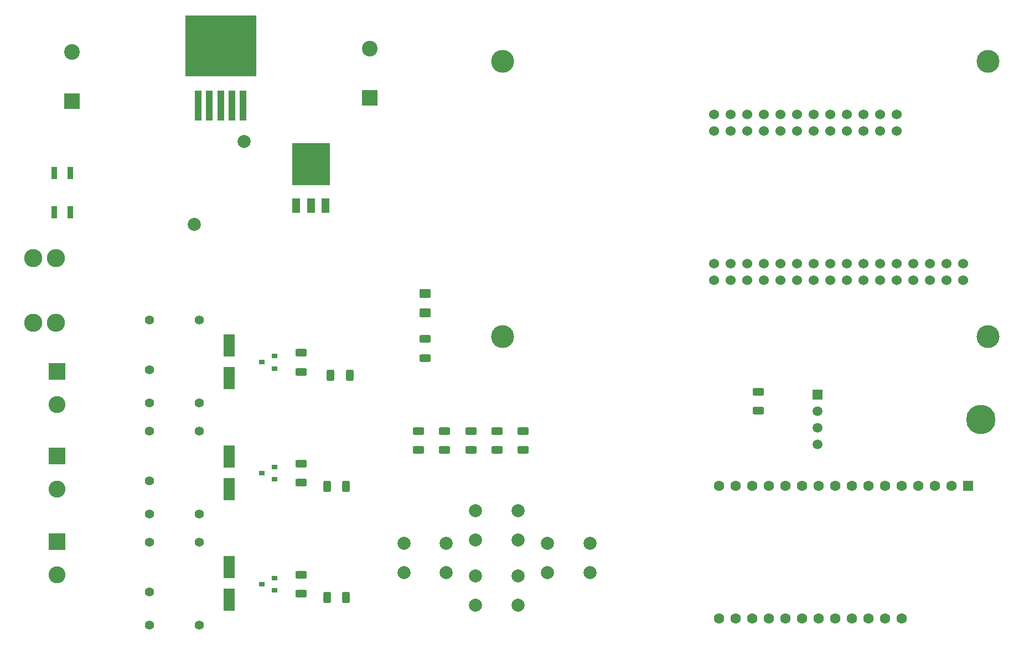
<source format=gbr>
%TF.GenerationSoftware,KiCad,Pcbnew,(6.0.5)*%
%TF.CreationDate,2022-07-11T20:41:14-04:00*%
%TF.ProjectId,Test Board,54657374-2042-46f6-9172-642e6b696361,rev?*%
%TF.SameCoordinates,Original*%
%TF.FileFunction,Soldermask,Top*%
%TF.FilePolarity,Negative*%
%FSLAX46Y46*%
G04 Gerber Fmt 4.6, Leading zero omitted, Abs format (unit mm)*
G04 Created by KiCad (PCBNEW (6.0.5)) date 2022-07-11 20:41:14*
%MOMM*%
%LPD*%
G01*
G04 APERTURE LIST*
G04 Aperture macros list*
%AMRoundRect*
0 Rectangle with rounded corners*
0 $1 Rounding radius*
0 $2 $3 $4 $5 $6 $7 $8 $9 X,Y pos of 4 corners*
0 Add a 4 corners polygon primitive as box body*
4,1,4,$2,$3,$4,$5,$6,$7,$8,$9,$2,$3,0*
0 Add four circle primitives for the rounded corners*
1,1,$1+$1,$2,$3*
1,1,$1+$1,$4,$5*
1,1,$1+$1,$6,$7*
1,1,$1+$1,$8,$9*
0 Add four rect primitives between the rounded corners*
20,1,$1+$1,$2,$3,$4,$5,0*
20,1,$1+$1,$4,$5,$6,$7,0*
20,1,$1+$1,$6,$7,$8,$9,0*
20,1,$1+$1,$8,$9,$2,$3,0*%
G04 Aperture macros list end*
%ADD10C,2.780000*%
%ADD11R,1.200000X2.200000*%
%ADD12R,5.800000X6.400000*%
%ADD13R,2.400000X2.400000*%
%ADD14C,2.400000*%
%ADD15R,0.900000X1.840000*%
%ADD16RoundRect,0.250001X0.624999X-0.462499X0.624999X0.462499X-0.624999X0.462499X-0.624999X-0.462499X0*%
%ADD17R,2.600000X2.600000*%
%ADD18C,2.600000*%
%ADD19C,2.000000*%
%ADD20R,0.900000X0.800000*%
%ADD21RoundRect,0.250000X0.625000X-0.312500X0.625000X0.312500X-0.625000X0.312500X-0.625000X-0.312500X0*%
%ADD22RoundRect,0.250000X0.312500X0.625000X-0.312500X0.625000X-0.312500X-0.625000X0.312500X-0.625000X0*%
%ADD23RoundRect,0.250000X-0.625000X0.312500X-0.625000X-0.312500X0.625000X-0.312500X0.625000X0.312500X0*%
%ADD24R,1.100000X4.600000*%
%ADD25R,10.800000X9.400000*%
%ADD26C,1.524000*%
%ADD27C,3.500000*%
%ADD28C,1.397000*%
%ADD29R,1.500000X1.500000*%
%ADD30C,1.500000*%
%ADD31C,4.500000*%
%ADD32R,1.800000X3.500000*%
%ADD33R,1.600000X1.600000*%
%ADD34C,1.600000*%
G04 APERTURE END LIST*
D10*
%TO.C,F1*%
X113500000Y-84040000D03*
X110100000Y-84040000D03*
X110100000Y-93960000D03*
X113500000Y-93960000D03*
%TD*%
D11*
%TO.C,D2*%
X150245000Y-75975000D03*
D12*
X152525000Y-69675000D03*
D11*
X152525000Y-75975000D03*
X154805000Y-75975000D03*
%TD*%
D13*
%TO.C,C1*%
X116000000Y-60000000D03*
D14*
X116000000Y-52500000D03*
%TD*%
D13*
%TO.C,C2*%
X161500000Y-59500000D03*
D14*
X161500000Y-52000000D03*
%TD*%
D15*
%TO.C,D1*%
X115700000Y-71000000D03*
X115700000Y-77000000D03*
X113300000Y-77000000D03*
X113300000Y-71000000D03*
%TD*%
D16*
%TO.C,D3*%
X170000000Y-92407500D03*
X170000000Y-89432500D03*
%TD*%
D17*
%TO.C,J1*%
X113695000Y-101375000D03*
D18*
X113695000Y-106455000D03*
%TD*%
D17*
%TO.C,J2*%
X113695000Y-114375000D03*
D18*
X113695000Y-119455000D03*
%TD*%
D17*
%TO.C,J3*%
X113695000Y-127455000D03*
D18*
X113695000Y-132535000D03*
%TD*%
D19*
%TO.C,L1*%
X134690000Y-78850000D03*
X142310000Y-66150000D03*
%TD*%
D20*
%TO.C,Q1*%
X147000000Y-117950000D03*
X147000000Y-116050000D03*
X145000000Y-117000000D03*
%TD*%
%TO.C,Q2*%
X147000000Y-100950000D03*
X147000000Y-99050000D03*
X145000000Y-100000000D03*
%TD*%
%TO.C,Q3*%
X147000000Y-134950000D03*
X147000000Y-133050000D03*
X145000000Y-134000000D03*
%TD*%
D21*
%TO.C,R1*%
X151000000Y-118462500D03*
X151000000Y-115537500D03*
%TD*%
%TO.C,R2*%
X151000000Y-101462500D03*
X151000000Y-98537500D03*
%TD*%
%TO.C,R3*%
X151000000Y-135462500D03*
X151000000Y-132537500D03*
%TD*%
D22*
%TO.C,R4*%
X157925000Y-119000000D03*
X155000000Y-119000000D03*
%TD*%
%TO.C,R5*%
X158462500Y-102000000D03*
X155537500Y-102000000D03*
%TD*%
%TO.C,R6*%
X157925000Y-136000000D03*
X155000000Y-136000000D03*
%TD*%
D21*
%TO.C,R7*%
X181000000Y-113462500D03*
X181000000Y-110537500D03*
%TD*%
D23*
%TO.C,R8*%
X177000000Y-110537500D03*
X177000000Y-113462500D03*
%TD*%
D21*
%TO.C,R9*%
X173000000Y-113462500D03*
X173000000Y-110537500D03*
%TD*%
%TO.C,R10*%
X169000000Y-113462500D03*
X169000000Y-110537500D03*
%TD*%
%TO.C,R22*%
X221000000Y-107462500D03*
X221000000Y-104537500D03*
%TD*%
D23*
%TO.C,R23*%
X170000000Y-96457500D03*
X170000000Y-99382500D03*
%TD*%
D24*
%TO.C,U1*%
X135325000Y-60725000D03*
X137025000Y-60725000D03*
D25*
X138725000Y-51575000D03*
D24*
X138725000Y-60725000D03*
X140425000Y-60725000D03*
X142125000Y-60725000D03*
%TD*%
D26*
%TO.C,U2*%
X252337500Y-84907000D03*
X252337500Y-87447000D03*
X249797500Y-87447000D03*
X249797500Y-84907000D03*
X247257500Y-84907000D03*
X247257500Y-87447000D03*
X244717500Y-87447000D03*
X244717500Y-84907000D03*
X242177500Y-84907000D03*
X242177500Y-87447000D03*
X239637500Y-87447000D03*
X239637500Y-84907000D03*
X237097500Y-84907000D03*
X237097500Y-87447000D03*
X234557500Y-87447000D03*
X234557500Y-84907000D03*
X232017500Y-87447000D03*
X232017500Y-84907000D03*
X229477500Y-87447000D03*
X229477500Y-84907000D03*
X226937500Y-87447000D03*
X226937500Y-84907000D03*
X224397500Y-84907000D03*
X224397500Y-87447000D03*
X221857500Y-84907000D03*
X221857500Y-87447000D03*
X219317500Y-87447000D03*
X219317500Y-84907000D03*
X216777500Y-84907000D03*
X216777500Y-87447000D03*
X214237500Y-84907000D03*
X214237500Y-87447000D03*
X214237500Y-62047000D03*
X214237500Y-64587000D03*
X216777500Y-62047000D03*
X216777500Y-64587000D03*
X219317500Y-64587000D03*
X219317500Y-62047000D03*
X221857500Y-62047000D03*
X221857500Y-64587000D03*
X224397500Y-64587000D03*
X224397500Y-62047000D03*
X226937500Y-62047000D03*
X226937500Y-64587000D03*
X229477500Y-62047000D03*
X229477500Y-64587000D03*
X232017500Y-62047000D03*
X232017500Y-64587000D03*
X234557500Y-62047000D03*
X234557500Y-64587000D03*
X237097500Y-62047000D03*
X237097500Y-64587000D03*
X239637500Y-64587000D03*
X239637500Y-62047000D03*
X242177500Y-64587000D03*
X242177500Y-62047000D03*
D27*
X181852500Y-53918000D03*
X181852500Y-96082000D03*
X256147500Y-96082000D03*
X256147500Y-53918000D03*
%TD*%
D28*
%TO.C,U3*%
X127853450Y-106270000D03*
X127853450Y-101190000D03*
X127853450Y-93570000D03*
X135473450Y-93570000D03*
X135473450Y-106270000D03*
%TD*%
%TO.C,U4*%
X135473450Y-140270000D03*
X135473450Y-127570000D03*
X127853450Y-127570000D03*
X127853450Y-135190000D03*
X127853450Y-140270000D03*
%TD*%
%TO.C,U5*%
X127853450Y-123270000D03*
X127853450Y-118190000D03*
X127853450Y-110570000D03*
X135473450Y-110570000D03*
X135473450Y-123270000D03*
%TD*%
D29*
%TO.C,U6*%
X230000000Y-105000000D03*
D30*
X230000000Y-107540000D03*
X230000000Y-110080000D03*
X230000000Y-112620000D03*
D31*
X255000000Y-108810000D03*
%TD*%
D32*
%TO.C,D4*%
X140000000Y-97420000D03*
X140000000Y-102420000D03*
%TD*%
D19*
%TO.C,SW1*%
X184250000Y-122750000D03*
X177750000Y-122750000D03*
X177750000Y-127250000D03*
X184250000Y-127250000D03*
%TD*%
D21*
%TO.C,R11*%
X185000000Y-113462500D03*
X185000000Y-110537500D03*
%TD*%
D32*
%TO.C,D5*%
X140000000Y-131420000D03*
X140000000Y-136420000D03*
%TD*%
%TO.C,D6*%
X140000000Y-114420000D03*
X140000000Y-119420000D03*
%TD*%
D19*
%TO.C,SW3*%
X173250000Y-127750000D03*
X166750000Y-127750000D03*
X173250000Y-132250000D03*
X166750000Y-132250000D03*
%TD*%
D33*
%TO.C,A1*%
X253050000Y-118947500D03*
D34*
X250510000Y-118947500D03*
X247970000Y-118947500D03*
X245430000Y-118947500D03*
X242890000Y-118947500D03*
X240350000Y-118947500D03*
X237810000Y-118947500D03*
X235270000Y-118947500D03*
X232730000Y-118947500D03*
X230190000Y-118947500D03*
X227650000Y-118947500D03*
X225110000Y-118947500D03*
X222570000Y-118947500D03*
X220030000Y-118947500D03*
X217490000Y-118947500D03*
X214950000Y-118947500D03*
X214950000Y-139267500D03*
X217490000Y-139267500D03*
X220030000Y-139267500D03*
X222570000Y-139267500D03*
X225110000Y-139267500D03*
X227650000Y-139267500D03*
X230190000Y-139267500D03*
X232730000Y-139267500D03*
X235270000Y-139267500D03*
X237810000Y-139267500D03*
X240350000Y-139267500D03*
X242890000Y-139267500D03*
%TD*%
D19*
%TO.C,SW2*%
X184250000Y-132750000D03*
X177750000Y-132750000D03*
X177750000Y-137250000D03*
X184250000Y-137250000D03*
%TD*%
%TO.C,SW4*%
X195250000Y-127750000D03*
X188750000Y-127750000D03*
X188750000Y-132250000D03*
X195250000Y-132250000D03*
%TD*%
M02*

</source>
